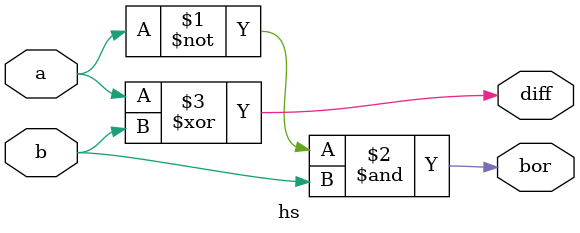
<source format=v>
module hs(a,b,bor,diff);
input a,b;
output bor,diff;
assign bor=~a&b;
assign diff=a^b;
endmodule

</source>
